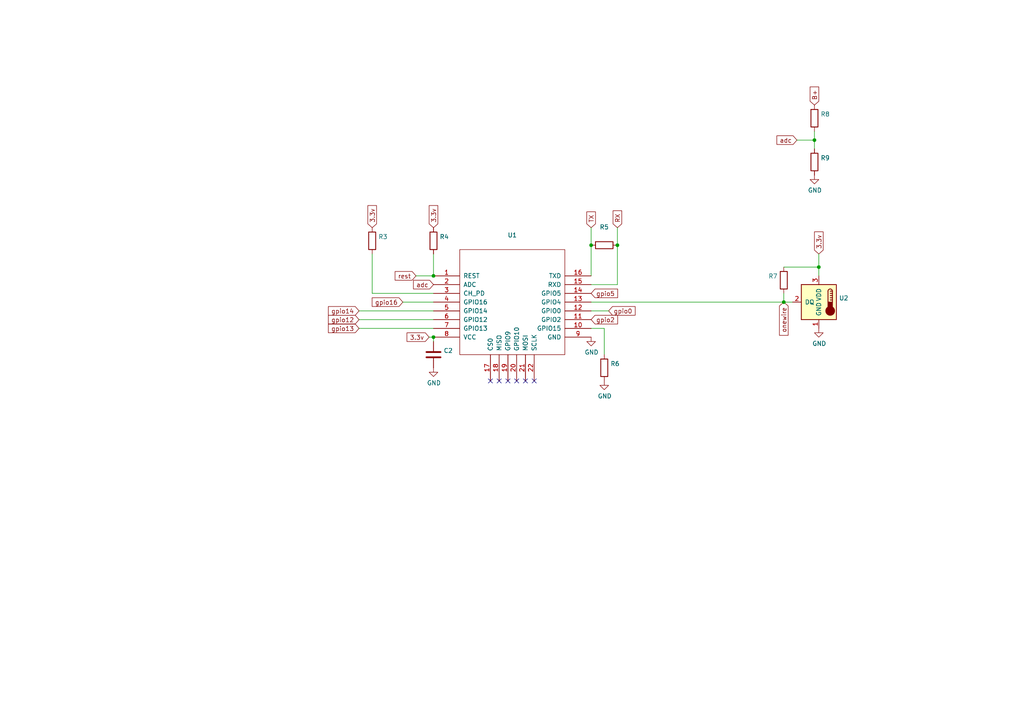
<source format=kicad_sch>
(kicad_sch (version 20211123) (generator eeschema)
  (paper "A4")
  (lib_symbols
    (symbol "Device:C" (pin_numbers hide) (pin_names (offset 0.254))
      (property "Reference" "C" (at 0.635 2.54 0))
      (property "Value" "C" (at 0.635 -2.54 0))
      (symbol "C_0_1"
        (polyline (pts (xy -2.032 -0.762) (xy 2.032 -0.762)) (stroke (width 0.508)))
        (polyline (pts (xy -2.032 0.762) (xy 2.032 0.762)) (stroke (width 0.508)))
      )
      (symbol "C_1_1"
        (pin passive line (at 0 3.81 270) (length 2.794) (name "~") (number "1"))
        (pin passive line (at 0 -3.81 90) (length 2.794) (name "~") (number "2"))
      )
    )
    (symbol "Device:R" (pin_numbers hide) (pin_names (offset 0))
      (property "Reference" "R" (at 2.032 0 90))
      (property "Value" "R" (at 0 0 90))
      (symbol "R_0_1"
        (rectangle (start -1.016 -2.54) (end 1.016 2.54) (stroke (width 0.254)))
      )
      (symbol "R_1_1"
        (pin passive line (at 0 3.81 270) (length 1.27) (name "~") (number "1"))
        (pin passive line (at 0 -3.81 90) (length 1.27) (name "~") (number "2"))
      )
    )
    (symbol "Sensor_Temperature:DS18B20" (pin_names (offset 1.016))
      (property "Reference" "U" (at -3.81 6.35 0))
      (property "Value" "DS18B20" (at 6.35 6.35 0))
      (symbol "DS18B20_0_1"
        (rectangle (start -5.08 5.08) (end 5.08 -5.08) (stroke (width 0.254)) (fill (type background)))
        (circle (center -3.302 -2.54) (radius 1.27) (stroke (width 0.254)) (fill (type outline)))
        (rectangle (start -2.667 -1.905) (end -3.937 0) (stroke (width 0.254)) (fill (type outline)))
        (arc (start -2.667 3.175) (mid -3.302 3.81) (end -3.937 3.175) (stroke (width 0.254)))
        (polyline (pts (xy -3.937 0.635) (xy -3.302 0.635)) (stroke (width 0.254)))
        (polyline (pts (xy -3.937 1.27) (xy -3.302 1.27)) (stroke (width 0.254)))
        (polyline (pts (xy -3.937 1.905) (xy -3.302 1.905)) (stroke (width 0.254)))
        (polyline (pts (xy -3.937 2.54) (xy -3.302 2.54)) (stroke (width 0.254)))
        (polyline (pts (xy -3.937 3.175) (xy -3.937 0)) (stroke (width 0.254)))
        (polyline (pts (xy -3.937 3.175) (xy -3.302 3.175)) (stroke (width 0.254)))
        (polyline (pts (xy -2.667 3.175) (xy -2.667 0)) (stroke (width 0.254)))
      )
      (symbol "DS18B20_1_1"
        (pin power_in line (at 0 -7.62 90) (length 2.54) (name "GND") (number "1"))
        (pin bidirectional line (at 7.62 0 180) (length 2.54) (name "DQ") (number "2"))
        (pin power_in line (at 0 7.62 270) (length 2.54) (name "VDD") (number "3"))
      )
    )
    (symbol "colibri_01-rescue:ESP-12E-ESP8266" (pin_names (offset 1.016))
      (property "Reference" "U" (at 0 -2.54 0))
      (property "Value" "ESP-12E-ESP8266" (at 0 2.54 0))
      (symbol "ESP-12E-ESP8266_1_0"
        (rectangle (start -15.24 -15.24) (end 15.24 15.24))
      )
      (symbol "ESP-12E-ESP8266_1_1"
        (pin input line (at -22.86 7.62 0) (length 7.62) (name "REST") (number "1"))
        (pin bidirectional line (at 22.86 -7.62 180) (length 7.62) (name "GPIO15") (number "10"))
        (pin bidirectional line (at 22.86 -5.08 180) (length 7.62) (name "GPIO2") (number "11"))
        (pin bidirectional line (at 22.86 -2.54 180) (length 7.62) (name "GPIO0") (number "12"))
        (pin bidirectional line (at 22.86 0 180) (length 7.62) (name "GPIO4") (number "13"))
        (pin bidirectional line (at 22.86 2.54 180) (length 7.62) (name "GPIO5") (number "14"))
        (pin input line (at 22.86 5.08 180) (length 7.62) (name "RXD") (number "15"))
        (pin output line (at 22.86 7.62 180) (length 7.62) (name "TXD") (number "16"))
        (pin bidirectional line (at -6.35 -22.86 90) (length 7.62) (name "CS0") (number "17"))
        (pin bidirectional line (at -3.81 -22.86 90) (length 7.62) (name "MISO") (number "18"))
        (pin bidirectional line (at -1.27 -22.86 90) (length 7.62) (name "GPIO9") (number "19"))
        (pin passive line (at -22.86 5.08 0) (length 7.62) (name "ADC") (number "2"))
        (pin bidirectional line (at 1.27 -22.86 90) (length 7.62) (name "GPIO10") (number "20"))
        (pin bidirectional line (at 3.81 -22.86 90) (length 7.62) (name "MOSI") (number "21"))
        (pin bidirectional line (at 6.35 -22.86 90) (length 7.62) (name "SCLK") (number "22"))
        (pin input line (at -22.86 2.54 0) (length 7.62) (name "CH_PD") (number "3"))
        (pin bidirectional line (at -22.86 0 0) (length 7.62) (name "GPIO16") (number "4"))
        (pin bidirectional line (at -22.86 -2.54 0) (length 7.62) (name "GPIO14") (number "5"))
        (pin bidirectional line (at -22.86 -5.08 0) (length 7.62) (name "GPIO12") (number "6"))
        (pin bidirectional line (at -22.86 -7.62 0) (length 7.62) (name "GPIO13") (number "7"))
        (pin power_in line (at -22.86 -10.16 0) (length 7.62) (name "VCC") (number "8"))
        (pin power_in line (at 22.86 -10.16 180) (length 7.62) (name "GND") (number "9"))
      )
    )
    (symbol "power:GND" (power) (pin_names (offset 0))
      (property "Value" "GND" (at 0 -3.81 0))
      (symbol "GND_0_1"
        (polyline (pts (xy 0 0) (xy 0 -1.27) (xy 1.27 -1.27) (xy 0 -2.54) (xy -1.27 -1.27) (xy 0 -1.27)))
      )
      (symbol "GND_1_1"
        (pin power_in line (at 0 0 270) (length 0) hide (name "GND") (number "1"))
      )
    )
  )
  (junction (at 227.33 87.63))
  (junction (at 179.07 71.12))
  (junction (at 236.22 40.64))
  (junction (at 125.73 80.01))
  (junction (at 171.45 71.12))
  (junction (at 125.73 97.79))
  (junction (at 237.49 77.47))
  (no_connect (at 144.78 110.49))
  (no_connect (at 149.86 110.49))
  (no_connect (at 154.94 110.49))
  (no_connect (at 142.24 110.49))
  (no_connect (at 147.32 110.49))
  (no_connect (at 152.4 110.49))
  (wire (pts (xy 125.73 90.17) (xy 104.14 90.17)))
  (wire (pts (xy 237.49 77.47) (xy 237.49 80.01)))
  (wire (pts (xy 179.07 66.04) (xy 179.07 71.12)))
  (wire (pts (xy 175.26 95.25) (xy 175.26 102.87)))
  (wire (pts (xy 176.53 90.17) (xy 171.45 90.17)))
  (wire (pts (xy 120.65 80.01) (xy 125.73 80.01)))
  (wire (pts (xy 236.22 40.64) (xy 236.22 43.18)))
  (wire (pts (xy 237.49 77.47) (xy 237.49 73.66)))
  (wire (pts (xy 107.95 73.66) (xy 107.95 85.09)))
  (wire (pts (xy 124.46 97.79) (xy 125.73 97.79)))
  (wire (pts (xy 125.73 85.09) (xy 107.95 85.09)))
  (wire (pts (xy 171.45 87.63) (xy 227.33 87.63)))
  (wire (pts (xy 179.07 82.55) (xy 179.07 71.12)))
  (wire (pts (xy 227.33 85.09) (xy 227.33 87.63)))
  (wire (pts (xy 125.73 73.66) (xy 125.73 80.01)))
  (wire (pts (xy 104.14 95.25) (xy 125.73 95.25)))
  (wire (pts (xy 171.45 71.12) (xy 171.45 66.04)))
  (wire (pts (xy 125.73 92.71) (xy 104.14 92.71)))
  (wire (pts (xy 171.45 82.55) (xy 179.07 82.55)))
  (wire (pts (xy 236.22 38.1) (xy 236.22 40.64)))
  (wire (pts (xy 171.45 95.25) (xy 175.26 95.25)))
  (wire (pts (xy 231.14 40.64) (xy 236.22 40.64)))
  (wire (pts (xy 116.84 87.63) (xy 125.73 87.63)))
  (wire (pts (xy 227.33 87.63) (xy 229.87 87.63)))
  (wire (pts (xy 171.45 80.01) (xy 171.45 71.12)))
  (wire (pts (xy 227.33 77.47) (xy 237.49 77.47)))
  (wire (pts (xy 125.73 97.79) (xy 125.73 99.06)))
  (global_label "gpio2" (shape input) (at 171.45 92.71 0) (property "Intersheet References" "${INTERSHEET_REFS}" (effects hide)))
  (global_label "3.3v" (shape input) (at 125.73 66.04 90) (property "Intersheet References" "${INTERSHEET_REFS}" (effects hide)))
  (global_label "adc" (shape input) (at 125.73 82.55 180) (property "Intersheet References" "${INTERSHEET_REFS}" (effects hide)))
  (global_label "rest" (shape input) (at 120.65 80.01 180) (property "Intersheet References" "${INTERSHEET_REFS}" (effects hide)))
  (global_label "gpio5" (shape input) (at 171.45 85.09 0) (property "Intersheet References" "${INTERSHEET_REFS}" (effects hide)))
  (global_label "3.3v" (shape input) (at 237.49 73.66 90) (property "Intersheet References" "${INTERSHEET_REFS}" (effects hide)))
  (global_label "gpio13" (shape input) (at 104.14 95.25 180) (property "Intersheet References" "${INTERSHEET_REFS}" (effects hide)))
  (global_label "gpio14" (shape input) (at 104.14 90.17 180) (property "Intersheet References" "${INTERSHEET_REFS}" (effects hide)))
  (global_label "onewire" (shape input) (at 227.33 87.63 270) (property "Intersheet References" "${INTERSHEET_REFS}" (effects hide)))
  (global_label "3.3v" (shape input) (at 107.95 66.04 90) (property "Intersheet References" "${INTERSHEET_REFS}" (effects hide)))
  (global_label "RX" (shape input) (at 179.07 66.04 90) (property "Intersheet References" "${INTERSHEET_REFS}" (effects hide)))
  (global_label "gpio0" (shape input) (at 176.53 90.17 0) (property "Intersheet References" "${INTERSHEET_REFS}" (effects hide)))
  (global_label "gpio16" (shape input) (at 116.84 87.63 180) (property "Intersheet References" "${INTERSHEET_REFS}" (effects hide)))
  (global_label "adc" (shape input) (at 231.14 40.64 180) (property "Intersheet References" "${INTERSHEET_REFS}" (effects hide)))
  (global_label "TX" (shape input) (at 171.45 66.04 90) (property "Intersheet References" "${INTERSHEET_REFS}" (effects hide)))
  (global_label "3.3v" (shape input) (at 124.46 97.79 180) (property "Intersheet References" "${INTERSHEET_REFS}" (effects hide)))
  (global_label "gpio12" (shape input) (at 104.14 92.71 180) (property "Intersheet References" "${INTERSHEET_REFS}" (effects hide)))
  (global_label "B+" (shape input) (at 236.22 30.48 90) (property "Intersheet References" "${INTERSHEET_REFS}" (effects hide)))
  (symbol (lib_id "Device:C") (at 125.73 102.87 0) (unit 1)
    (property "Reference" "C2" (at 128.651 101.7016 0) (effects (justify left)))
  )
  (symbol (lib_id "power:GND") (at 125.73 106.68 0) (unit 1)
    (property "Reference" "#PWR06" (effects hide))
  )
  (symbol (lib_id "Device:R") (at 107.95 69.85 0) (unit 1)
    (property "Reference" "R3" (at 109.728 68.6816 0) (effects (justify left)))
  )
  (symbol (lib_id "colibri_01-rescue:ESP-12E-ESP8266") (at 148.59 87.63 0) (unit 1)
    (property "Reference" "U1" (at 148.59 68.199 0))
    (property "Datasheet" "http://l0l.org.uk/2014/12/esp8266-modules-hardware-guide-gotta-catch-em-all/" (effects hide))
  )
  (symbol (lib_id "power:GND") (at 171.45 97.79 0) (unit 1)
    (property "Reference" "#PWR07" (effects hide))
  )
  (symbol (lib_id "Sensor_Temperature:DS18B20") (at 237.49 87.63 0) (mirror y) (unit 1)
    (property "Reference" "U2" (at 243.332 86.4616 0) (effects (justify right)))
    (property "Datasheet" "http://datasheets.maximintegrated.com/en/ds/DS18B20.pdf" (effects hide))
  )
  (symbol (lib_id "Device:R") (at 125.73 69.85 0) (unit 1)
    (property "Reference" "R4" (at 127.508 68.6816 0) (effects (justify left)))
  )
  (symbol (lib_id "Device:R") (at 175.26 106.68 0) (unit 1)
    (property "Reference" "R6" (at 177.038 105.5116 0) (effects (justify left)))
  )
  (symbol (lib_id "Device:R") (at 227.33 81.28 0) (mirror x) (unit 1)
    (property "Reference" "R7" (at 225.552 80.1116 0) (effects (justify right)))
  )
  (symbol (lib_id "power:GND") (at 175.26 110.49 0) (unit 1)
    (property "Reference" "#PWR08" (effects hide))
  )
  (symbol (lib_id "power:GND") (at 237.49 95.25 0) (unit 1)
    (property "Reference" "#PWR010" (effects hide))
  )
  (symbol (lib_id "Device:R") (at 175.26 71.12 90) (unit 1)
    (property "Reference" "R5" (at 175.26 65.8622 90))
  )
  (symbol (lib_id "Device:R") (at 236.22 34.29 0) (unit 1)
    (property "Reference" "R8" (at 237.998 33.1216 0) (effects (justify left)))
  )
  (symbol (lib_id "Device:R") (at 236.22 46.99 0) (unit 1)
    (property "Reference" "R9" (at 237.998 45.8216 0) (effects (justify left)))
  )
  (symbol (lib_id "power:GND") (at 236.22 50.8 0) (unit 1)
    (property "Reference" "#PWR09" (effects hide))
  )
)
</source>
